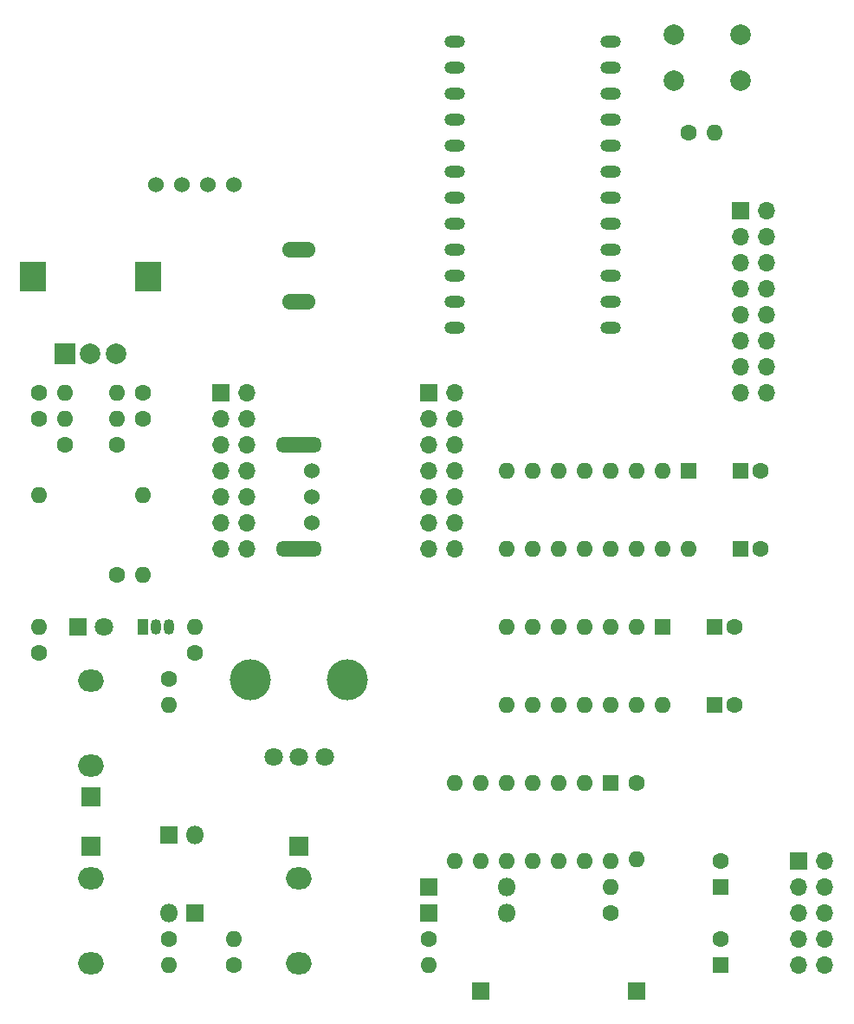
<source format=gts>
G04 #@! TF.GenerationSoftware,KiCad,Pcbnew,(5.1.8-0-10_14)*
G04 #@! TF.CreationDate,2022-03-26T19:04:17+09:00*
G04 #@! TF.ProjectId,Quantizer,5175616e-7469-47a6-9572-2e6b69636164,rev?*
G04 #@! TF.SameCoordinates,Original*
G04 #@! TF.FileFunction,Soldermask,Top*
G04 #@! TF.FilePolarity,Negative*
%FSLAX46Y46*%
G04 Gerber Fmt 4.6, Leading zero omitted, Abs format (unit mm)*
G04 Created by KiCad (PCBNEW (5.1.8-0-10_14)) date 2022-03-26 19:04:17*
%MOMM*%
%LPD*%
G01*
G04 APERTURE LIST*
%ADD10C,1.600000*%
%ADD11O,1.600000X1.600000*%
%ADD12R,1.800000X1.800000*%
%ADD13O,1.800000X1.800000*%
%ADD14C,1.800000*%
%ADD15O,2.500000X2.130000*%
%ADD16R,1.930000X1.830000*%
%ADD17O,1.050000X1.500000*%
%ADD18R,1.050000X1.500000*%
%ADD19R,2.500000X3.000000*%
%ADD20C,2.000000*%
%ADD21R,2.000000X2.000000*%
%ADD22O,3.300000X1.524000*%
%ADD23C,1.524000*%
%ADD24R,1.700000X1.700000*%
%ADD25O,1.700000X1.700000*%
%ADD26C,4.000000*%
%ADD27O,4.500000X1.524000*%
%ADD28R,1.600000X1.600000*%
%ADD29O,2.000000X1.200000*%
G04 APERTURE END LIST*
D10*
X73025000Y-84455000D03*
D11*
X73025000Y-91955000D03*
X62865000Y-91955000D03*
D10*
X62865000Y-84455000D03*
D12*
X75565000Y-125095000D03*
D13*
X75565000Y-132715000D03*
X78105000Y-125095000D03*
D12*
X78105000Y-132715000D03*
X66675000Y-104775000D03*
D14*
X69215000Y-104775000D03*
D15*
X67975000Y-129335000D03*
X67975000Y-137635000D03*
D16*
X67975000Y-126235000D03*
D15*
X67915000Y-118315000D03*
X67915000Y-110015000D03*
D16*
X67915000Y-121415000D03*
X88295000Y-126235000D03*
D15*
X88295000Y-137635000D03*
X88295000Y-129335000D03*
D17*
X74295000Y-104775000D03*
X75565000Y-104775000D03*
D18*
X73025000Y-104775000D03*
D19*
X73505000Y-70605000D03*
X62305000Y-70605000D03*
D20*
X70405000Y-78105000D03*
X67905000Y-78105000D03*
D21*
X65405000Y-78105000D03*
D22*
X88265000Y-67945000D03*
X88265000Y-73025000D03*
D23*
X81915000Y-61595000D03*
X79375000Y-61595000D03*
X76835000Y-61595000D03*
X74295000Y-61595000D03*
D10*
X73025000Y-81915000D03*
D11*
X70485000Y-81915000D03*
X65405000Y-81915000D03*
D10*
X62865000Y-81915000D03*
X75565000Y-135255000D03*
D11*
X75565000Y-137795000D03*
D10*
X70485000Y-86995000D03*
D11*
X70485000Y-84455000D03*
X65405000Y-84455000D03*
D10*
X65405000Y-86995000D03*
X81915000Y-137795000D03*
D11*
X81915000Y-135255000D03*
X62865000Y-104775000D03*
D10*
X62865000Y-107315000D03*
D11*
X75565000Y-112395000D03*
D10*
X75565000Y-109855000D03*
X78105000Y-107315000D03*
D11*
X78105000Y-104775000D03*
D10*
X70485000Y-99695000D03*
D11*
X73025000Y-99695000D03*
D24*
X80645000Y-81915000D03*
D25*
X83185000Y-81915000D03*
X80645000Y-84455000D03*
X83185000Y-84455000D03*
X80645000Y-86995000D03*
X83185000Y-86995000D03*
X80645000Y-89535000D03*
X83185000Y-89535000D03*
X80645000Y-92075000D03*
X83185000Y-92075000D03*
X80645000Y-94615000D03*
X83185000Y-94615000D03*
X80645000Y-97155000D03*
X83185000Y-97155000D03*
D14*
X90825000Y-117475000D03*
X88305000Y-117475000D03*
X85785000Y-117475000D03*
D26*
X83555000Y-109975000D03*
X93055000Y-109975000D03*
D23*
X89535000Y-89535000D03*
X89535000Y-92075000D03*
X89535000Y-94615000D03*
D27*
X88265000Y-97155000D03*
X88265000Y-86995000D03*
D10*
X133445000Y-89535000D03*
D28*
X131445000Y-89535000D03*
X131445000Y-97155000D03*
D10*
X133445000Y-97155000D03*
X130905000Y-112395000D03*
D28*
X128905000Y-112395000D03*
X128905000Y-104775000D03*
D10*
X130905000Y-104775000D03*
X121285000Y-120015000D03*
D11*
X121285000Y-127515000D03*
D28*
X129540000Y-137795000D03*
D10*
X129540000Y-135295000D03*
X129540000Y-127675000D03*
D28*
X129540000Y-130175000D03*
D12*
X100965000Y-130175000D03*
D13*
X108585000Y-130175000D03*
X108585000Y-132715000D03*
D12*
X100965000Y-132715000D03*
D24*
X106045000Y-140335000D03*
X121285000Y-140335000D03*
X131445000Y-64135000D03*
D25*
X133985000Y-64135000D03*
X131445000Y-66675000D03*
X133985000Y-66675000D03*
X131445000Y-69215000D03*
X133985000Y-69215000D03*
X131445000Y-71755000D03*
X133985000Y-71755000D03*
X131445000Y-74295000D03*
X133985000Y-74295000D03*
X131445000Y-76835000D03*
X133985000Y-76835000D03*
X131445000Y-79375000D03*
X133985000Y-79375000D03*
X131445000Y-81915000D03*
X133985000Y-81915000D03*
D24*
X137160000Y-127635000D03*
D25*
X139700000Y-127635000D03*
X137160000Y-130175000D03*
X139700000Y-130175000D03*
X137160000Y-132715000D03*
X139700000Y-132715000D03*
X137160000Y-135255000D03*
X139700000Y-135255000D03*
X137160000Y-137795000D03*
X139700000Y-137795000D03*
D11*
X100965000Y-137795000D03*
D10*
X100965000Y-135255000D03*
X118745000Y-132715000D03*
D11*
X118745000Y-130175000D03*
D10*
X126365000Y-56515000D03*
D11*
X128905000Y-56515000D03*
D20*
X131445000Y-46935000D03*
X131445000Y-51435000D03*
X124945000Y-46935000D03*
X124945000Y-51435000D03*
D28*
X126365000Y-89535000D03*
D11*
X108585000Y-97155000D03*
X123825000Y-89535000D03*
X111125000Y-97155000D03*
X121285000Y-89535000D03*
X113665000Y-97155000D03*
X118745000Y-89535000D03*
X116205000Y-97155000D03*
X116205000Y-89535000D03*
X118745000Y-97155000D03*
X113665000Y-89535000D03*
X121285000Y-97155000D03*
X111125000Y-89535000D03*
X123825000Y-97155000D03*
X108585000Y-89535000D03*
X126365000Y-97155000D03*
D29*
X118745000Y-47625000D03*
X103505000Y-47625000D03*
X118745000Y-50165000D03*
X103505000Y-50165000D03*
X118745000Y-52705000D03*
X103505000Y-52705000D03*
X118745000Y-55245000D03*
X103505000Y-55245000D03*
X118745000Y-57785000D03*
X103505000Y-57785000D03*
X118745000Y-60325000D03*
X103505000Y-60325000D03*
X118745000Y-62865000D03*
X103505000Y-62865000D03*
X118745000Y-65405000D03*
X103505000Y-65405000D03*
X118745000Y-67945000D03*
X103505000Y-67945000D03*
X118745000Y-70485000D03*
X103505000Y-70485000D03*
X118745000Y-73025000D03*
X103505000Y-73025000D03*
X118745000Y-75565000D03*
X103505000Y-75565000D03*
D11*
X123825000Y-112395000D03*
X108585000Y-104775000D03*
X121285000Y-112395000D03*
X111125000Y-104775000D03*
X118745000Y-112395000D03*
X113665000Y-104775000D03*
X116205000Y-112395000D03*
X116205000Y-104775000D03*
X113665000Y-112395000D03*
X118745000Y-104775000D03*
X111125000Y-112395000D03*
X121285000Y-104775000D03*
X108585000Y-112395000D03*
D28*
X123825000Y-104775000D03*
X118745000Y-120015000D03*
D11*
X103505000Y-127635000D03*
X116205000Y-120015000D03*
X106045000Y-127635000D03*
X113665000Y-120015000D03*
X108585000Y-127635000D03*
X111125000Y-120015000D03*
X111125000Y-127635000D03*
X108585000Y-120015000D03*
X113665000Y-127635000D03*
X106045000Y-120015000D03*
X116205000Y-127635000D03*
X103505000Y-120015000D03*
X118745000Y-127635000D03*
D24*
X100965000Y-81915000D03*
D25*
X103505000Y-81915000D03*
X100965000Y-84455000D03*
X103505000Y-84455000D03*
X100965000Y-86995000D03*
X103505000Y-86995000D03*
X100965000Y-89535000D03*
X103505000Y-89535000D03*
X100965000Y-92075000D03*
X103505000Y-92075000D03*
X100965000Y-94615000D03*
X103505000Y-94615000D03*
X100965000Y-97155000D03*
X103505000Y-97155000D03*
M02*

</source>
